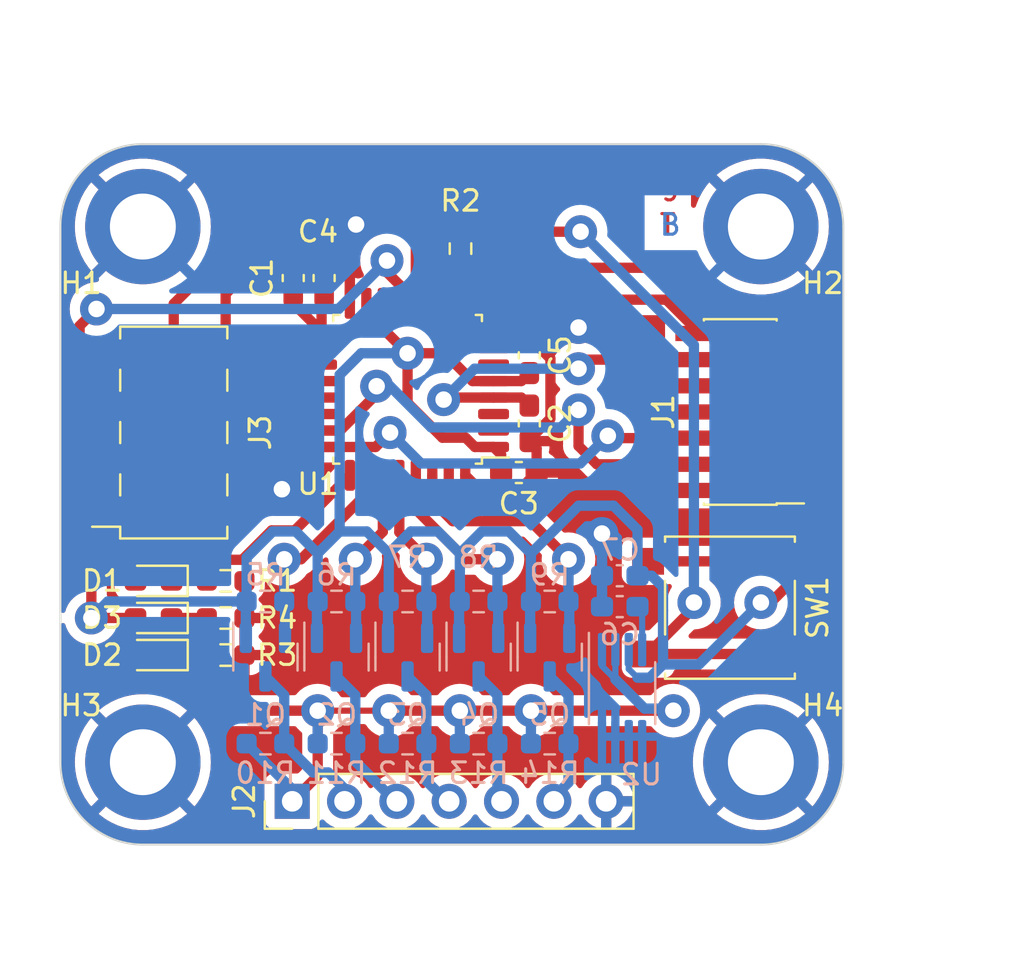
<source format=kicad_pcb>
(kicad_pcb (version 20221018) (generator pcbnew)
  (layers (0 "F.Cu" signal) (31 "B.Cu" signal) (34 "B.Paste" user) (35 "F.Paste" user) (36 "B.SilkS" user "B.Silkscreen") (37 "F.SilkS" user "F.Silkscreen") (38 "B.Mask" user) (39 "F.Mask" user) (44 "Edge.Cuts" user))
  (net 0 "")
  (net 1 "+5V")
  (net 2 "GND")
  (net 3 "+3.3V")
  (net 4 "Net-(D1-K)")
  (net 6 "Net-(D3-K)")
  (net 7 "Status_LED")
  (net 8 "Data_Clock_SNES")
  (net 9 "Data_Latch_SNES")
  (net 10 "Net-(D2-K)")
  (net 11 "Serial_Data1_SNES")
  (net 12 "Serial_Data2_SNES")
  (net 13 "SPI_Chip_Select")
  (net 14 "Chip_Enable")
  (net 15 "SPI_Digital_Input")
  (net 16 "SPI_Clock")
  (net 17 "SPI_Digital_Output")
  (net 18 "IOBit_SNES")
  (net 19 "Data_Clock_STM32")
  (net 20 "Data_Latch_STM32")
  (net 21 "Appairing_Btn")
  (net 22 "Net-(U2-BP)")
  (net 23 "SWDIO")
  (net 24 "SWDCK")
  (net 27 "NRST")
  (net 28 "USART2_RX")
  (net 29 "USART2_TX")
  (net 30 "Serial_Data1_STM32")
  (net 31 "IOBit_STM32")
  (net 32 "Serial_Data2_STM32")
  (footprint "Connector_PinHeader_2.54mm:PinHeader_1x07_P2.54mm_Vertical" (layer "F.Cu") (at 107.25 127.9 90)
    (fp_text reference "J2" (at 0 -2.33 90) (layer "F.SilkS"))
    (fp_text value "Conn_01x07_Socket")
    (pad "1" thru_hole rect (at 0 0 90) (size 1.7 1.7) (drill 1) (layers "*.Cu" "*.Mask") (net 1 "+5V"))
    (pad "2" thru_hole oval (at 0 2.54 90) (size 1.7 1.7) (drill 1) (layers "*.Cu" "*.Mask") (net 8 "Data_Clock_SNES"))
    (pad "3" thru_hole oval (at 0 5.08 90) (size 1.7 1.7) (drill 1) (layers "*.Cu" "*.Mask") (net 9 "Data_Latch_SNES"))
    (pad "4" thru_hole oval (at 0 7.62 90) (size 1.7 1.7) (drill 1) (layers "*.Cu" "*.Mask") (net 11 "Serial_Data1_SNES"))
    (pad "5" thru_hole oval (at 0 10.16 90) (size 1.7 1.7) (drill 1) (layers "*.Cu" "*.Mask") (net 12 "Serial_Data2_SNES"))
    (pad "6" thru_hole oval (at 0 12.7 90) (size 1.7 1.7) (drill 1) (layers "*.Cu" "*.Mask") (net 18 "IOBit_SNES"))
    (pad "7" thru_hole oval (at 0 15.24 90) (size 1.7 1.7) (drill 1) (layers "*.Cu" "*.Mask") (net 2 "GND"))
  )
  (footprint "Diode_SMD:D_0603_1608Metric_Pad1.05x0.95mm_HandSolder" (layer "F.Cu") (at 100.51875 120.8 180)
    (fp_text reference "D2" (at 2.5 0) (layer "F.SilkS"))
    (fp_text value "LED_Small")
    (pad "1" smd roundrect (at -0.875 0 180) (size 1.05 0.95) (layers "F.Cu" "F.Paste" "F.Mask") (net 10 "Net-(D2-K)"))
    (pad "2" smd roundrect (at 0.875 0 180) (size 1.05 0.95) (layers "F.Cu" "F.Paste" "F.Mask") (net 1 "+5V"))
  )
  (footprint "MountingHole:MountingHole_3.2mm_M3_DIN965_Pad" (layer "F.Cu") (at 130 100)
    (fp_text reference "H2" (at 3 2.75) (layer "F.SilkS"))
    (fp_text value "MountingHole_Pad")
    (pad "1" thru_hole circle (at 0 0) (size 5.6 5.6) (drill 3.2) (layers "*.Cu" "*.Mask") (net 2 "GND"))
  )
  (footprint "Resistor_SMD:R_0603_1608Metric_Pad0.98x0.95mm_HandSolder" (layer "F.Cu") (at 104.01875 120.8)
    (fp_text reference "R3" (at 2.5 0) (layer "F.SilkS"))
    (fp_text value "1k")
    (pad "1" smd roundrect (at -0.9125 0) (size 0.975 0.95) (layers "F.Cu" "F.Paste" "F.Mask") (net 10 "Net-(D2-K)"))
    (pad "2" smd roundrect (at 0.9125 0) (size 0.975 0.95) (layers "F.Cu" "F.Paste" "F.Mask") (net 2 "GND"))
  )
  (footprint "Capacitor_SMD:C_0603_1608Metric_Pad1.08x0.95mm_HandSolder" (layer "F.Cu") (at 107.3 102.5 90)
    (fp_text reference "C1" (at 0 -1.52 90) (layer "F.SilkS"))
    (fp_text value "10u")
    (pad "1" smd roundrect (at -0.8625 0 90) (size 1.075 0.95) (layers "F.Cu" "F.Paste" "F.Mask") (net 3 "+3.3V"))
    (pad "2" smd roundrect (at 0.8625 0 90) (size 1.075 0.95) (layers "F.Cu" "F.Paste" "F.Mask") (net 2 "GND"))
  )
  (footprint "Capacitor_SMD:C_0603_1608Metric_Pad1.08x0.95mm_HandSolder" (layer "F.Cu") (at 118.2525 111.94)
    (fp_text reference "C3" (at -0.0025 1.51) (layer "F.SilkS"))
    (fp_text value "100n")
    (pad "1" smd roundrect (at -0.8625 0) (size 1.075 0.95) (layers "F.Cu" "F.Paste" "F.Mask") (net 3 "+3.3V"))
    (pad "2" smd roundrect (at 0.8625 0) (size 1.075 0.95) (layers "F.Cu" "F.Paste" "F.Mask") (net 2 "GND"))
  )
  (footprint "Diode_SMD:D_0603_1608Metric_Pad1.05x0.95mm_HandSolder" (layer "F.Cu") (at 100.51875 117.2 180)
    (fp_text reference "D1" (at 2.5 0) (layer "F.SilkS"))
    (fp_text value "LED_Small")
    (pad "1" smd roundrect (at -0.875 0 180) (size 1.05 0.95) (layers "F.Cu" "F.Paste" "F.Mask") (net 4 "Net-(D1-K)"))
    (pad "2" smd roundrect (at 0.875 0 180) (size 1.05 0.95) (layers "F.Cu" "F.Paste" "F.Mask") (net 7 "Status_LED"))
  )
  (footprint "MountingHole:MountingHole_3.2mm_M3_DIN965_Pad" (layer "F.Cu") (at 130 126)
    (fp_text reference "H4" (at 3 -2.75) (layer "F.SilkS"))
    (fp_text value "MountingHole_Pad")
    (pad "1" thru_hole circle (at 0 0) (size 5.6 5.6) (drill 3.2) (layers "*.Cu" "*.Mask") (net 2 "GND"))
  )
  (footprint "Resistor_SMD:R_0603_1608Metric_Pad0.98x0.95mm_HandSolder" (layer "F.Cu") (at 104.01875 119)
    (fp_text reference "R4" (at 2.5 0) (layer "F.SilkS"))
    (fp_text value "1k")
    (pad "1" smd roundrect (at -0.9125 0) (size 0.975 0.95) (layers "F.Cu" "F.Paste" "F.Mask") (net 6 "Net-(D3-K)"))
    (pad "2" smd roundrect (at 0.9125 0) (size 0.975 0.95) (layers "F.Cu" "F.Paste" "F.Mask") (net 2 "GND"))
  )
  (footprint "Package_QFP:LQFP-32_7x7mm_P0.8mm" (layer "F.Cu") (at 112.85 107.9 180)
    (fp_text reference "U1" (at 4.35 -4.6) (layer "F.SilkS"))
    (fp_text value "STM32L412KBTx")
    (pad "1" smd roundrect (at -4.175 -2.8 180) (size 1.5 0.5) (layers "F.Cu" "F.Paste" "F.Mask") (net 3 "+3.3V"))
    (pad "2" smd roundrect (at -4.175 -2 180) (size 1.5 0.5) (layers "F.Cu" "F.Paste" "F.Mask"))
    (pad "3" smd roundrect (at -4.175 -1.2 180) (size 1.5 0.5) (layers "F.Cu" "F.Paste" "F.Mask"))
    (pad "4" smd roundrect (at -4.175 -0.4 180) (size 1.5 0.5) (layers "F.Cu" "F.Paste" "F.Mask") (net 27 "NRST"))
    (pad "5" smd roundrect (at -4.175 0.4 180) (size 1.5 0.5) (layers "F.Cu" "F.Paste" "F.Mask") (net 3 "+3.3V"))
    (pad "6" smd roundrect (at -4.175 1.2 180) (size 1.5 0.5) (layers "F.Cu" "F.Paste" "F.Mask"))
    (pad "7" smd roundrect (at -4.175 2 180) (size 1.5 0.5) (layers "F.Cu" "F.Paste" "F.Mask"))
    (pad "8" smd roundrect (at -4.175 2.8 180) (size 1.5 0.5) (layers "F.Cu" "F.Paste" "F.Mask") (net 29 "USART2_TX"))
    (pad "9" smd roundrect (at -2.8 4.175 180) (size 0.5 1.5) (layers "F.Cu" "F.Paste" "F.Mask") (net 28 "USART2_RX"))
    (pad "10" smd roundrect (at -2 4.175 180) (size 0.5 1.5) (layers "F.Cu" "F.Paste" "F.Mask") (net 21 "Appairing_Btn"))
    (pad "11" smd roundrect (at -1.2 4.175 180) (size 0.5 1.5) (layers "F.Cu" "F.Paste" "F.Mask") (net 16 "SPI_Clock"))
    (pad "12" smd roundrect (at -0.4 4.175 180) (size 0.5 1.5) (layers "F.Cu" "F.Paste" "F.Mask") (net 15 "SPI_Digital_Input"))
    (pad "13" smd roundrect (at 0.4 4.175 180) (size 0.5 1.5) (layers "F.Cu" "F.Paste" "F.Mask") (net 17 "SPI_Digital_Output"))
    (pad "14" smd roundrect (at 1.2 4.175 180) (size 0.5 1.5) (layers "F.Cu" "F.Paste" "F.Mask"))
    (pad "15" smd roundrect (at 2 4.175 180) (size 0.5 1.5) (layers "F.Cu" "F.Paste" "F.Mask"))
    (pad "16" smd roundrect (at 2.8 4.175 180) (size 0.5 1.5) (layers "F.Cu" "F.Paste" "F.Mask") (net 2 "GND"))
    (pad "17" smd roundrect (at 4.175 2.8 180) (size 1.5 0.5) (layers "F.Cu" "F.Paste" "F.Mask") (net 3 "+3.3V"))
    (pad "18" smd roundrect (at 4.175 2 180) (size 1.5 0.5) (layers "F.Cu" "F.Paste" "F.Mask") (net 13 "SPI_Chip_Select"))
    (pad "19" smd roundrect (at 4.175 1.2 180) (size 1.5 0.5) (layers "F.Cu" "F.Paste" "F.Mask") (net 14 "Chip_Enable"))
    (pad "20" smd roundrect (at 4.175 0.4 180) (size 1.5 0.5) (layers "F.Cu" "F.Paste" "F.Mask"))
    (pad "21" smd roundrect (at 4.175 -0.4 180) (size 1.5 0.5) (layers "F.Cu" "F.Paste" "F.Mask"))
    (pad "22" smd roundrect (at 4.175 -1.2 180) (size 1.5 0.5) (layers "F.Cu" "F.Paste" "F.Mask"))
    (pad "23" smd roundrect (at 4.175 -2 180) (size 1.5 0.5) (layers "F.Cu" "F.Paste" "F.Mask") (net 23 "SWDIO"))
    (pad "24" smd roundrect (at 4.175 -2.8 180) (size 1.5 0.5) (layers "F.Cu" "F.Paste" "F.Mask") (net 24 "SWDCK"))
    (pad "25" smd roundrect (at 2.8 -4.175 180) (size 0.5 1.5) (layers "F.Cu" "F.Paste" "F.Mask") (net 7 "Status_LED"))
    (pad "26" smd roundrect (at 2 -4.175 180) (size 0.5 1.5) (layers "F.Cu" "F.Paste" "F.Mask") (net 19 "Data_Clock_STM32"))
    (pad "27" smd roundrect (at 1.2 -4.175 180) (size 0.5 1.5) (layers "F.Cu" "F.Paste" "F.Mask") (net 20 "Data_Latch_STM32"))
    (pad "28" smd roundrect (at 0.4 -4.175 180) (size 0.5 1.5) (layers "F.Cu" "F.Paste" "F.Mask") (net 30 "Serial_Data1_STM32"))
    (pad "29" smd roundrect (at -0.4 -4.175 180) (size 0.5 1.5) (layers "F.Cu" "F.Paste" "F.Mask") (net 32 "Serial_Data2_STM32"))
    (pad "30" smd roundrect (at -1.2 -4.175 180) (size 0.5 1.5) (layers "F.Cu" "F.Paste" "F.Mask") (net 31 "IOBit_STM32"))
    (pad "31" smd roundrect (at -2 -4.175 180) (size 0.5 1.5) (layers "F.Cu" "F.Paste" "F.Mask"))
    (pad "32" smd roundrect (at -2.8 -4.175 180) (size 0.5 1.5) (layers "F.Cu" "F.Paste" "F.Mask") (net 2 "GND"))
  )
  (footprint "MountingHole:MountingHole_3.2mm_M3_DIN965_Pad" (layer "F.Cu") (at 100 100)
    (fp_text reference "H1" (at -3 2.75) (layer "F.SilkS"))
    (fp_text value "MountingHole_Pad")
    (pad "1" thru_hole circle (at 0 0) (size 5.6 5.6) (drill 3.2) (layers "*.Cu" "*.Mask") (net 2 "GND"))
  )
  (footprint "Connector_PinSocket_2.54mm:PinSocket_2x04_P2.54mm_Vertical_SMD" (layer "F.Cu") (at 101.5 110 180)
    (fp_text reference "J3" (at -4.2 0 90) (layer "F.SilkS"))
    (fp_text value "Conn_01x08_Socket")
    (pad "1" smd rect (at 2.52 -3.81 180) (size 3 1) (layers "F.Cu" "F.Paste" "F.Mask") (net 3 "+3.3V"))
    (pad "2" smd rect (at -2.52 -3.81 180) (size 3 1) (layers "F.Cu" "F.Paste" "F.Mask") (net 2 "GND"))
    (pad "3" smd rect (at 2.52 -1.27 180) (size 3 1) (layers "F.Cu" "F.Paste" "F.Mask") (net 13 "SPI_Chip_Select"))
    (pad "4" smd rect (at -2.52 -1.27 180) (size 3 1) (layers "F.Cu" "F.Paste" "F.Mask") (net 14 "Chip_Enable"))
    (pad "5" smd rect (at 2.52 1.27 180) (size 3 1) (layers "F.Cu" "F.Paste" "F.Mask") (net 17 "SPI_Digital_Output"))
    (pad "6" smd rect (at -2.52 1.27 180) (size 3 1) (layers "F.Cu" "F.Paste" "F.Mask") (net 16 "SPI_Clock"))
    (pad "7" smd rect (at 2.52 3.81 180) (size 3 1) (layers "F.Cu" "F.Paste" "F.Mask"))
    (pad "8" smd rect (at -2.52 3.81 180) (size 3 1) (layers "F.Cu" "F.Paste" "F.Mask") (net 15 "SPI_Digital_Input"))
  )
  (footprint "MountingHole:MountingHole_3.2mm_M3_DIN965_Pad" (layer "F.Cu") (at 100 126)
    (fp_text reference "H3" (at -3 -2.75) (layer "F.SilkS"))
    (fp_text value "MountingHole_Pad")
    (pad "1" thru_hole circle (at 0 0) (size 5.6 5.6) (drill 3.2) (layers "*.Cu" "*.Mask") (net 2 "GND"))
  )
  (footprint "Capacitor_SMD:C_0603_1608Metric_Pad1.08x0.95mm_HandSolder" (layer "F.Cu") (at 108.8 102.5 90)
    (fp_text reference "C4" (at 2.25 -0.3 180) (layer "F.SilkS"))
    (fp_text value "100n")
    (pad "1" smd roundrect (at -0.8625 0 90) (size 1.075 0.95) (layers "F.Cu" "F.Paste" "F.Mask") (net 3 "+3.3V"))
    (pad "2" smd roundrect (at 0.8625 0 90) (size 1.075 0.95) (layers "F.Cu" "F.Paste" "F.Mask") (net 2 "GND"))
  )
  (footprint "Diode_SMD:D_0603_1608Metric_Pad1.05x0.95mm_HandSolder" (layer "F.Cu") (at 100.51875 119 180)
    (fp_text reference "D3" (at 2.5 0) (layer "F.SilkS"))
    (fp_text value "LED")
    (pad "1" smd roundrect (at -0.875 0 180) (size 1.05 0.95) (layers "F.Cu" "F.Paste" "F.Mask") (net 6 "Net-(D3-K)"))
    (pad "2" smd roundrect (at 0.875 0 180) (size 1.05 0.95) (layers "F.Cu" "F.Paste" "F.Mask") (net 3 "+3.3V"))
  )
  (footprint "Resistor_SMD:R_0603_1608Metric_Pad0.98x0.95mm_HandSolder" (layer "F.Cu") (at 104.01875 117.2)
    (fp_text reference "R1" (at 2.5 0) (layer "F.SilkS"))
    (fp_text value "1k")
    (pad "1" smd roundrect (at -0.9125 0) (size 0.975 0.95) (layers "F.Cu" "F.Paste" "F.Mask") (net 4 "Net-(D1-K)"))
    (pad "2" smd roundrect (at 0.9125 0) (size 0.975 0.95) (layers "F.Cu" "F.Paste" "F.Mask") (net 2 "GND"))
  )
  (footprint "Capacitor_SMD:C_0603_1608Metric_Pad1.08x0.95mm_HandSolder" (layer "F.Cu") (at 118.76 106.25 90)
    (fp_text reference "C5" (at 0 1.5 90) (layer "F.SilkS"))
    (fp_text value "100n")
    (pad "1" smd roundrect (at -0.8625 0 90) (size 1.075 0.95) (layers "F.Cu" "F.Paste" "F.Mask") (net 3 "+3.3V"))
    (pad "2" smd roundrect (at 0.8625 0 90) (size 1.075 0.95) (layers "F.Cu" "F.Paste" "F.Mask") (net 2 "GND"))
  )
  (footprint "Button_Switch_SMD:SW_SPST_B3S-1000" (layer "F.Cu") (at 128.5 118.5 180)
    (fp_text reference "SW1" (at -4.25 0 270) (layer "F.SilkS"))
    (fp_text value "SW_SPST")
    (pad "1" smd rect (at -3.975 -2.25 180) (size 1.55 1.3) (layers "F.Cu" "F.Paste" "F.Mask") (net 21 "Appairing_Btn"))
    (pad "1" smd rect (at 3.975 -2.25 180) (size 1.55 1.3) (layers "F.Cu" "F.Paste" "F.Mask") (net 21 "Appairing_Btn"))
    (pad "2" smd rect (at -3.975 2.25 180) (size 1.55 1.3) (layers "F.Cu" "F.Paste" "F.Mask") (net 3 "+3.3V"))
    (pad "2" smd rect (at 3.975 2.25 180) (size 1.55 1.3) (layers "F.Cu" "F.Paste" "F.Mask") (net 3 "+3.3V"))
  )
  (footprint "Capacitor_SMD:C_0603_1608Metric_Pad1.08x0.95mm_HandSolder" (layer "F.Cu") (at 118.76 109.5525 90)
    (fp_text reference "C2" (at 0 1.5 90) (layer "F.SilkS"))
    (fp_text value "100n")
    (pad "1" smd roundrect (at -0.8625 0 90) (size 1.075 0.95) (layers "F.Cu" "F.Paste" "F.Mask") (net 2 "GND"))
    (pad "2" smd roundrect (at 0.8625 0 90) (size 1.075 0.95) (layers "F.Cu" "F.Paste" "F.Mask") (net 27 "NRST"))
  )
  (footprint "Connector_PinHeader_1.27mm:PinHeader_2x07_P1.27mm_Vertical_SMD" (layer "F.Cu") (at 129 109 180)
    (fp_text reference "J1" (at 3.73 0 90) (layer "F.SilkS"))
    (fp_text value "Conn_02x07_Odd_Even")
    (pad "1" smd rect (at -1.95 -3.81 180) (size 2.4 0.74) (layers "F.Cu" "F.Paste" "F.Mask"))
    (pad "2" smd rect (at 1.95 -3.81 180) (size 2.4 0.74) (layers "F.Cu" "F.Paste" "F.Mask"))
    (pad "3" smd rect (at -1.95 -2.54 180) (size 2.4 0.74) (layers "F.Cu" "F.Paste" "F.Mask") (net 3 "+3.3V"))
    (pad "4" smd rect (at 1.95 -2.54 180) (size 2.4 0.74) (layers "F.Cu" "F.Paste" "F.Mask") (net 23 "SWDIO"))
    (pad "5" smd rect (at -1.95 -1.27 180) (size 2.4 0.74) (layers "F.Cu" "F.Paste" "F.Mask") (net 2 "GND"))
    (pad "6" smd rect (at 1.95 -1.27 180) (size 2.4 0.74) (layers "F.Cu" "F.Paste" "F.Mask") (net 24 "SWDCK"))
    (pad "7" smd rect (at -1.95 0 180) (size 2.4 0.74) (layers "F.Cu" "F.Paste" "F.Mask") (net 2 "GND"))
    (pad "8" smd rect (at 1.95 0 180) (size 2.4 0.74) (layers "F.Cu" "F.Paste" "F.Mask"))
    (pad "9" smd rect (at -1.95 1.27 180) (size 2.4 0.74) (layers "F.Cu" "F.Paste" "F.Mask"))
    (pad "10" smd rect (at 1.95 1.27 180) (size 2.4 0.74) (layers "F.Cu" "F.Paste" "F.Mask"))
    (pad "11" smd rect (at -1.95 2.54 180) (size 2.4 0.74) (layers "F.Cu" "F.Paste" "F.Mask") (net 2 "GND"))
    (pad "12" smd rect (at 1.95 2.54 180) (size 2.4 0.74) (layers "F.Cu" "F.Paste" "F.Mask") (net 27 "NRST"))
    (pad "13" smd rect (at -1.95 3.81 180) (size 2.4 0.74) (layers "F.Cu" "F.Paste" "F.Mask") (net 28 "USART2_RX"))
    (pad "14" smd rect (at 1.95 3.81 180) (size 2.4 0.74) (layers "F.Cu" "F.Paste" "F.Mask") (net 29 "USART2_TX"))
  )
  (footprint "Resistor_SMD:R_0603_1608Metric_Pad0.98x0.95mm_HandSolder" (layer "F.Cu") (at 115.42 101.07 90)
    (fp_text reference "R2" (at 2.32 0 180) (layer "F.SilkS"))
    (fp_text value "10k")
    (pad "1" smd roundrect (at -0.9125 0 90) (size 0.975 0.95) (layers "F.Cu" "F.Paste" "F.Mask") (net 21 "Appairing_Btn"))
    (pad "2" smd roundrect (at 0.9125 0 90) (size 0.975 0.95) (layers "F.Cu" "F.Paste" "F.Mask") (net 2 "GND"))
  )
  (footprint "Package_TO_SOT_SMD:SOT-23" (layer "B.Cu") (at 119.75 120.9 -90)
    (fp_text reference "Q5" (at 2.8 0) (layer "B.SilkS") (effects (justify mirror)))
    (fp_text value "2N7002")
    (pad "1" smd roundrect (at -0.9375 0.95 270) (size 1.475 0.6) (layers "B.Cu" "B.Paste" "B.Mask") (net 3 "+3.3V"))
    (pad "2" smd roundrect (at -0.9375 -0.95 270) (size 1.475 0.6) (layers "B.Cu" "B.Paste" "B.Mask") (net 31 "IOBit_STM32"))
    (pad "3" smd roundrect (at 0.9375 0 270) (size 1.475 0.6) (layers "B.Cu" "B.Paste" "B.Mask") (net 18 "IOBit_SNES"))
  )
  (footprint "Capacitor_SMD:C_0603_1608Metric_Pad1.08x0.95mm_HandSolder" (layer "B.Cu") (at 123.15 116.95 180)
    (fp_text reference "C7" (at 0 1.25) (layer "B.SilkS") (effects (justify mirror)))
    (fp_text value "2.2u")
    (pad "1" smd roundrect (at -0.8625 0 180) (size 1.075 0.95) (layers "B.Cu" "B.Paste" "B.Mask") (net 3 "+3.3V"))
    (pad "2" smd roundrect (at 0.8625 0 180) (size 1.075 0.95) (layers "B.Cu" "B.Paste" "B.Mask") (net 2 "GND"))
  )
  (footprint "Resistor_SMD:R_0603_1608Metric_Pad0.98x0.95mm_HandSolder" (layer "B.Cu") (at 119.75 125.1)
    (fp_text reference "R14" (at 0 1.43) (layer "B.SilkS") (effects (justify mirror)))
    (fp_text value "10k")
    (pad "1" smd roundrect (at -0.9125 0) (size 0.975 0.95) (layers "B.Cu" "B.Paste" "B.Mask") (net 1 "+5V"))
    (pad "2" smd roundrect (at 0.9125 0) (size 0.975 0.95) (layers "B.Cu" "B.Paste" "B.Mask") (net 18 "IOBit_SNES"))
  )
  (footprint "Package_TO_SOT_SMD:SOT-23" (layer "B.Cu") (at 105.95 120.9 -90)
    (fp_text reference "Q1" (at 2.8 0) (layer "B.SilkS") (effects (justify mirror)))
    (fp_text value "2N7002")
    (pad "1" smd roundrect (at -0.9375 0.95 270) (size 1.475 0.6) (layers "B.Cu" "B.Paste" "B.Mask") (net 3 "+3.3V"))
    (pad "2" smd roundrect (at -0.9375 -0.95 270) (size 1.475 0.6) (layers "B.Cu" "B.Paste" "B.Mask") (net 19 "Data_Clock_STM32"))
    (pad "3" smd roundrect (at 0.9375 0 270) (size 1.475 0.6) (layers "B.Cu" "B.Paste" "B.Mask") (net 8 "Data_Clock_SNES"))
  )
  (footprint "Resistor_SMD:R_0603_1608Metric_Pad0.98x0.95mm_HandSolder" (layer "B.Cu") (at 109.4 118.2)
    (fp_text reference "R6" (at 0 -1.3) (layer "B.SilkS") (effects (justify mirror)))
    (fp_text value "10k")
    (pad "1" smd roundrect (at -0.9125 0) (size 0.975 0.95) (layers "B.Cu" "B.Paste" "B.Mask") (net 3 "+3.3V"))
    (pad "2" smd roundrect (at 0.9125 0) (size 0.975 0.95) (layers "B.Cu" "B.Paste" "B.Mask") (net 20 "Data_Latch_STM32"))
  )
  (footprint "Resistor_SMD:R_0603_1608Metric_Pad0.98x0.95mm_HandSolder" (layer "B.Cu") (at 105.95 118.2)
    (fp_text reference "R5" (at 0 -1.3) (layer "B.SilkS") (effects (justify mirror)))
    (fp_text value "10k")
    (pad "1" smd roundrect (at -0.9125 0) (size 0.975 0.95) (layers "B.Cu" "B.Paste" "B.Mask") (net 3 "+3.3V"))
    (pad "2" smd roundrect (at 0.9125 0) (size 0.975 0.95) (layers "B.Cu" "B.Paste" "B.Mask") (net 19 "Data_Clock_STM32"))
  )
  (footprint "Capacitor_SMD:C_0603_1608Metric_Pad1.08x0.95mm_HandSolder" (layer "B.Cu") (at 123.15 118.45 180)
    (fp_text reference "C6" (at 0 -1.35) (layer "B.SilkS") (effects (justify mirror)))
    (fp_text value "470p")
    (pad "1" smd roundrect (at -0.8625 0 180) (size 1.075 0.95) (layers "B.Cu" "B.Paste" "B.Mask") (net 22 "Net-(U2-BP)"))
    (pad "2" smd roundrect (at 0.8625 0 180) (size 1.075 0.95) (layers "B.Cu" "B.Paste" "B.Mask") (net 2 "GND"))
  )
  (footprint "Package_SO:MSOP-8_3x3mm_P0.65mm" (layer "B.Cu") (at 123.2625 122.65 -90)
    (fp_text reference "U2" (at 3.95 -0.9375) (layer "B.SilkS") (effects (justify mirror)))
    (fp_text value "MIC5219-3.3YMM")
    (pad "1" smd roundrect (at -2.1125 0.975 270) (size 1.625 0.4) (layers "B.Cu" "B.Paste" "B.Mask") (net 1 "+5V"))
    (pad "2" smd roundrect (at -2.1125 0.325 270) (size 1.625 0.4) (layers "B.Cu" "B.Paste" "B.Mask") (net 1 "+5V"))
    (pad "3" smd roundrect (at -2.1125 -0.325 270) (size 1.625 0.4) (layers "B.Cu" "B.Paste" "B.Mask") (net 3 "+3.3V"))
    (pad "4" smd roundrect (at -2.1125 -0.975 270) (size 1.625 0.4) (layers "B.Cu" "B.Paste" "B.Mask") (net 22 "Net-(U2-BP)"))
    (pad "5" smd roundrect (at 2.1125 -0.975 270) (size 1.625 0.4) (layers "B.Cu" "B.Paste" "B.Mask") (net 2 "GND"))
    (pad "6" smd roundrect (at 2.1125 -0.325 270) (size 1.625 0.4) (layers "B.Cu" "B.Paste" "B.Mask") (net 2 "GND"))
    (pad "7" smd roundrect (at 2.1125 0.325 270) (size 1.625 0.4) (layers "B.Cu" "B.Paste" "B.Mask") (net 2 "GND"))
    (pad "8" smd roundrect (at 2.1125 0.975 270) (size 1.625 0.4) (layers "B.Cu" "B.Paste" "B.Mask") (net 2 "GND"))
  )
  (footprint "Resistor_SMD:R_0603_1608Metric_Pad0.98x0.95mm_HandSolder" (layer "B.Cu") (at 105.95 125.1)
    (fp_text reference "R10" (at 0 1.43) (layer "B.SilkS") (effects (justify mirror)))
    (fp_text value "10k")
    (pad "1" smd roundrect (at -0.9125 0) (size 0.975 0.95) (layers "B.Cu" "B.Paste" "B.Mask") (net 1 "+5V"))
    (pad "2" smd roundrect (at 0.9125 0) (size 0.975 0.95) (layers "B.Cu" "B.Paste" "B.Mask") (net 8 "Data_Clock_SNES"))
  )
  (footprint "Resistor_SMD:R_0603_1608Metric_Pad0.98x0.95mm_HandSolder" (layer "B.Cu") (at 119.75 118.2)
    (fp_text reference "R9" (at 0 -1.3) (layer "B.SilkS") (effects (justify mirror)))
    (fp_text value "10k")
    (pad "1" smd roundrect (at -0.9125 0) (size 0.975 0.95) (layers "B.Cu" "B.Paste" "B.Mask") (net 3 "+3.3V"))
    (pad "2" smd roundrect (at 0.9125 0) (size 0.975 0.95) (layers "B.Cu" "B.Paste" "B.Mask") (net 31 "IOBit_STM32"))
  )
  (footprint "Resistor_SMD:R_0603_1608Metric_Pad0.98x0.95mm_HandSolder" (layer "B.Cu") (at 112.85 118.2)
    (fp_text reference "R7" (at 0 -2.15) (layer "B.SilkS") (effects (justify mirror)))
    (fp_text value "10k")
    (pad "1" smd roundrect (at -0.9125 0) (size 0.975 0.95) (layers "B.Cu" "B.Paste" "B.Mask") (net 3 "+3.3V"))
    (pad "2" smd roundrect (at 0.9125 0) (size 0.975 0.95) (layers "B.Cu" "B.Paste" "B.Mask") (net 30 "Serial_Data1_STM32"))
  )
  (footprint "Package_TO_SOT_SMD:SOT-23" (layer "B.Cu") (at 109.4 120.9 -90)
    (fp_text reference "Q2" (at 2.8 0) (layer "B.SilkS") (effects (justify mirror)))
    (fp_text value "2N7002")
    (pad "1" smd roundrect (at -0.9375 0.95 270) (size 1.475 0.6) (layers "B.Cu" "B.Paste" "B.Mask") (net 3 "+3.3V"))
    (pad "2" smd roundrect (at -0.9375 -0.95 270) (size 1.475 0.6) (layers "B.Cu" "B.Paste" "B.Mask") (net 20 "Data_Latch_STM32"))
    (pad "3" smd roundrect (at 0.9375 0 270) (size 1.475 0.6) (layers "B.Cu" "B.Paste" "B.Mask") (net 9 "Data_Latch_SNES"))
  )
  (footprint "Resistor_SMD:R_0603_1608Metric_Pad0.98x0.95mm_HandSolder" (layer "B.Cu") (at 112.85 125.1)
    (fp_text reference "R12" (at 0 1.43) (layer "B.SilkS") (effects (justify mirror)))
    (fp_text value "10k")
    (pad "1" smd roundrect (at -0.9125 0) (size 0.975 0.95) (layers "B.Cu" "B.Paste" "B.Mask") (net 1 "+5V"))
    (pad "2" smd roundrect (at 0.9125 0) (size 0.975 0.95) (layers "B.Cu" "B.Paste" "B.Mask") (net 11 "Serial_Data1_SNES"))
  )
  (footprint "Package_TO_SOT_SMD:SOT-23" (layer "B.Cu") (at 116.3 120.9 -90)
    (fp_text reference "Q4" (at 2.8 0) (layer "B.SilkS") (effects (justify mirror)))
    (fp_text value "2N7002")
    (pad "1" smd roundrect (at -0.9375 0.95 270) (size 1.475 0.6) (layers "B.Cu" "B.Paste" "B.Mask") (net 3 "+3.3V"))
    (pad "2" smd roundrect (at -0.9375 -0.95 270) (size 1.475 0.6) (layers "B.Cu" "B.Paste" "B.Mask") (net 32 "Serial_Data2_STM32"))
    (pad "3" smd roundrect (at 0.9375 0 270) (size 1.475 0.6) (layers "B.Cu" "B.Paste" "B.Mask") (net 12 "Serial_Data2_SNES"))
  )
  (footprint "Resistor_SMD:R_0603_1608Metric_Pad0.98x0.95mm_HandSolder" (layer "B.Cu") (at 116.3 118.2)
    (fp_text reference "R8" (at 0 -2.15) (layer "B.SilkS") (effects (justify mirror)))
    (fp_text value "10k")
    (pad "1" smd roundrect (at -0.9125 0) (size 0.975 0.95) (layers "B.Cu" "B.Paste" "B.Mask") (net 3 "+3.3V"))
    (pad "2" smd roundrect (at 0.9125 0) (size 0.975 0.95) (layers "B.Cu" "B.Paste" "B.Mask") (net 32 "Serial_Data2_STM32"))
  )
  (footprint "Resistor_SMD:R_0603_1608Metric_Pad0.98x0.95mm_HandSolder" (layer "B.Cu") (at 116.3 125.1)
    (fp_text reference "R13" (at 0 1.43) (layer "B.SilkS") (effects (justify mirror)))
    (fp_text value "10k")
    (pad "1" smd roundrect (at -0.9125 0) (size 0.975 0.95) (layers "B.Cu" "B.Paste" "B.Mask") (net 1 "+5V"))
    (pad "2" smd roundrect (at 0.9125 0) (size 0.975 0.95) (layers "B.Cu" "B.Paste" "B.Mask") (net 12 "Serial_Data2_SNES"))
  )
  (footprint "Resistor_SMD:R_0603_1608Metric_Pad0.98x0.95mm_HandSolder" (layer "B.Cu") (at 109.4 125.1)
    (fp_text reference "R11" (at 0 1.43) (layer "B.SilkS") (effects (justify mirror)))
    (fp_text value "10k")
    (pad "1" smd roundrect (at -0.9125 0) (size 0.975 0.95) (layers "B.Cu" "B.Paste" "B.Mask") (net 1 "+5V"))
    (pad "2" smd roundrect (at 0.9125 0) (size 0.975 0.95) (layers "B.Cu" "B.Paste" "B.Mask") (net 9 "Data_Latch_SNES"))
  )
  (footprint "Package_TO_SOT_SMD:SOT-23" (layer "B.Cu") (at 112.85 120.9 -90)
    (fp_text reference "Q3" (at 2.8 0) (layer "B.SilkS") (effects (justify mirror)))
    (fp_text value "2N7002")
    (pad "1" smd roundrect (at -0.9375 0.95 270) (size 1.475 0.6) (layers "B.Cu" "B.Paste" "B.Mask") (net 3 "+3.3V"))
    (pad "2" smd roundrect (at -0.9375 -0.95 270) (size 1.475 0.6) (layers "B.Cu" "B.Paste" "B.Mask") (net 30 "Serial_Data1_STM32"))
    (pad "3" smd roundrect (at 0.9375 0 270) (size 1.475 0.6) (layers "B.Cu" "B.Paste" "B.Mask") (net 11 "Serial_Data1_SNES"))
  )
  (gr_arc (start 100 130) (mid 97.171573 128.828427) (end 96 126) (stroke (width 0.1)) (layer "Edge.Cuts"))
  (gr_arc (start 96 100) (mid 97.171573 97.171573) (end 100 96) (stroke (width 0.1)) (layer "Edge.Cuts"))
  (gr_line (start 134 100) (end 134 126) (stroke (width 0.1)) (layer "Edge.Cuts"))
  (gr_arc (start 130 96) (mid 132.828427 97.171573) (end 134 100) (stroke (width 0.1)) (layer "Edge.Cuts"))
  (gr_arc (start 134 126) (mid 132.828427 128.828427) (end 130 130) (stroke (width 0.1)) (layer "Edge.Cuts"))
  (gr_line (start 130 130) (end 100 130) (stroke (width 0.1)) (layer "Edge.Cuts"))
  (gr_line (start 100 96) (end 130 96) (stroke (width 0.1)) (layer "Edge.Cuts"))
  (gr_line (start 96 126) (end 96 100) (stroke (width 0.1)) (layer "Edge.Cuts"))
  (gr_text "SNES Plug" (at 118 98.5) (layer "F.Cu") (effects (font (size 1 1)) (justify left bottom)))
  (gr_text "T" (at 125 100.5) (layer "F.Cu") (effects (font (size 1 1)) (justify left bottom)))
  (gr_text "B" (at 125 100.5) (layer "B.Cu") (effects (font (size 1 1)) (justify left bottom)))
  (segment (start 101.059189 122.25) (end 102.5 122.25) (width 0.5) (layer "F.Cu") (net 1))
  (segment (start 99.64375 120.834561) (end 101.059189 122.25) (width 0.5) (layer "F.Cu") (net 1))
  (segment (start 115.3875 123.5) (end 118.8375 123.5) (width 0.5) (layer "F.Cu") (net 1))
  (segment (start 99.64375 120.8) (end 99.64375 120.834561) (width 0.5) (layer "F.Cu") (net 1))
  (segment (start 103.75 123.5) (end 108.4875 123.5) (width 0.5) (layer "F.Cu") (net 1))
  (segment (start 108.4875 123.5) (end 108.4875 126.6625) (width 0.5) (layer "F.Cu") (net 1))
  (segment (start 115.3875 123.5) (end 111.9375 123.5) (width 0.5) (layer "F.Cu") (net 1))
  (segment (start 108.4875 126.6625) (end 107.25 127.9) (width 0.5) (layer "F.Cu") (net 1))
  (segment (start 118.8375 123.5) (end 125.75 123.5) (width 0.5) (layer "F.Cu") (net 1))
  (segment (start 108.4875 123.5) (end 111.9375 123.5) (width 0.3) (layer "F.Cu") (net 1))
  (segment (start 102.5 122.25) (end 103.75 123.5) (width 0.5) (layer "F.Cu") (net 1))
  (via (at 108.4875 123.5) (size 1.6) (drill 0.8) (layers "F.Cu" "B.Cu") (net 1))
  (via (at 118.8375 123.5) (size 1.6) (drill 0.8) (layers "F.Cu" "B.Cu") (net 1))
  (via (at 115.3875 123.5) (size 1.6) (drill 0.8) (layers "F.Cu" "B.Cu") (net 1))
  (via (at 125.75 123.5) (size 1.6) (drill 0.8) (layers "F.Cu" "B.Cu") (net 1))
  (via (at 111.9375 123.5) (size 1.6) (drill 0.8) (layers "F.Cu" "B.Cu") (net 1))
  (segment (start 122.2875 121.330761) (end 122.9375 121.980761) (width 0.3) (layer "B.Cu") (net 1))
  (segment (start 124.356739 123.4) (end 122.9375 121.980761) (width 0.5) (layer "B.Cu") (net 1))
  (segment (start 107.25 127.9) (end 107.25 127.3125) (width 0.5) (layer "B.Cu") (net 1))
  (segment (start 107.25 127.3125) (end 105.0375 125.1) (width 0.5) (layer "B.Cu") (net 1))
  (segment (start 115.3875 123.5) (end 115.3875 125.1) (width 0.5) (layer "B.Cu") (net 1))
  (segment (start 111.9375 123.5) (end 111.9375 125.1) (width 0.5) (layer "B.Cu") (net 1))
  (segment (start 108.4875 125.1) (end 108.4875 123.5) (width 0.5) (layer "B.Cu") (net 1))
  (segment (start 122.9375 120.5375) (end 122.9375 121.980761) (width 0.3) (layer "B.Cu") (net 1))
  (segment (start 125.65 123.4) (end 124.356739 123.4) (width 0.5) (layer "B.Cu") (net 1))
  (segment (start 122.2875 120.5375) (end 122.2875 121.330761) (width 0.3) (layer "B.Cu") (net 1))
  (segment (start 125.75 123.5) (end 125.65 123.4) (width 0.5) (layer "B.Cu") (net 1))
  (segment (start 118.8375 123.5) (end 118.8375 125.1) (width 0.5) (layer "B.Cu") (net 1))
  (segment (start 116.54 112.965) (end 118.09 112.965) (width 0.5) (layer "F.Cu") (net 2))
  (segment (start 119.785 106.4125) (end 118.76 105.3875) (width 0.5) (layer "F.Cu") (net 2))
  (segment (start 119.785 109.316193) (end 119.785 106.4125) (width 0.5) (layer "F.Cu") (net 2))
  (segment (start 115.65 112.075) (end 116.54 112.965) (width 0.5) (layer "F.Cu") (net 2))
  (segment (start 118.09 112.965) (end 119.115 111.94) (width 0.5) (layer "F.Cu") (net 2))
  (segment (start 118.76 110.415) (end 118.76 110.341193) (width 0.5) (layer "F.Cu") (net 2))
  (segment (start 105.69 113.81) (end 104.02 113.81) (width 0.5) (layer "F.Cu") (net 2))
  (segment (start 118.76 110.341193) (end 119.785 109.316193) (width 0.5) (layer "F.Cu") (net 2))
  (segment (start 119.115 110.77) (end 118.76 110.415) (width 0.5) (layer "F.Cu") (net 2))
  (segment (start 106.75 112.75) (end 105.69 113.81) (width 0.5) (layer "F.Cu") (net 2))
  (segment (start 108.8 101.6375) (end 108.8 101.45) (width 0.5) (layer "F.Cu") (net 2))
  (segment (start 107.3 101.6375) (end 108.8 101.6375) (width 0.5) (layer "F.Cu") (net 2))
  (segment (start 119.115 111.94) (end 119.115 110.77) (width 0.5) (layer "F.Cu") (net 2))
  (segment (start 120.661689 105.3875) (end 118.76 105.3875) (width 0.5) (layer "F.Cu") (net 2))
  (segment (start 121.149189 104.9) (end 120.661689 105.3875) (width 0.5) (layer "F.Cu") (net 2))
  (segment (start 110.05 100.2) (end 110.05 103.725) (width 0.5) (layer "F.Cu") (net 2))
  (segment (start 108.8 101.45) (end 110.35 99.9) (width 0.5) (layer "F.Cu") (net 2))
  (segment (start 110.35 99.9) (end 110.05 100.2) (width 0.5) (layer "F.Cu") (net 2))
  (via (at 121.149189 104.9) (size 1.6) (drill 0.8) (layers "F.Cu" "B.Cu") (net 2))
  (via (at 122.2875 114.9) (size 1.6) (drill 0.8) (layers "F.Cu" "B.Cu") (net 2))
  (via (at 110.35 99.9) (size 1.6) (drill 0.8) (layers "F.Cu" "B.Cu") (net 2))
  (via (at 106.75 112.75) (size 1.6) (drill 0.8) (layers "F.Cu" "B.Cu") (net 2))
  (segment (start 122.2875 116.95) (end 122.2875 118.45) (width 0.5) (layer "B.Cu") (net 2))
  (segment (start 122.2875 114.9375) (end 122.25 114.9) (width 0.5) (layer "B.Cu") (net 2))
  (segment (start 118.4 104.9) (end 113.4 99.9) (width 0.5) (layer "B.Cu") (net 2))
  (segment (start 122.2875 116.95) (end 122.2875 114.9) (width 0.5) (layer "B.Cu") (net 2))
  (segment (start 121.149189 104.9) (end 118.4 104.9) (width 0.5) (layer "B.Cu") (net 2))
  (segment (start 113.4 99.9) (end 110.35 99.9) (width 0.5) (layer "B.Cu") (net 2))
  (segment (start 99.64375 119) (end 97.5 119) (width 0.5) (layer "F.Cu") (net 3))
  (segment (start 112.85 106.15) (end 111.8 105.1) (width 0.5) (layer "F.Cu") (net 3))
  (segment (start 117.025 107.5) (end 116 107.5) (width 0.5) (layer "F.Cu") (net 3))
  (segment (start 130.475 118.25) (end 132.475 116.25) (width 0.5) (layer "F.Cu") (net 3))
  (segment (start 111.8 105.1) (end 108.675 105.1) (width 0.5) (layer "F.Cu") (net 3))
  (segment (start 118.76 107.1125) (end 118.3725 107.5) (width 0.5) (layer "F.Cu") (net 3))
  (segment (start 132.475 116.25) (end 133 115.725) (width 0.5) (layer "F.Cu") (net 3))
  (segment (start 97.5 119) (end 97.5 115.29) (width 0.5) (layer "F.Cu") (net 3))
  (segment (start 116.120406 110.7) (end 115.670406 110.25) (width 0.5) (layer "F.Cu") (net 3))
  (segment (start 133 115.725) (end 133 111.89) (width 0.5) (layer "F.Cu") (net 3))
  (segment (start 116 107.5) (end 114.65 106.15) (width 0.5) (layer "F.Cu") (net 3))
  (segment (start 118.3725 107.5) (end 117.025 107.5) (width 0.5) (layer "F.Cu") (net 3))
  (segment (start 117.39 111.94) (end 117.39 111.065) (width 0.5) (layer "F.Cu") (net 3))
  (segment (start 124.525 116.25) (end 132.475 116.25) (width 0.5) (layer "F.Cu") (net 3))
  (segment (start 117.39 111.065) (end 117.025 110.7) (width 0.5) (layer "F.Cu") (net 3))
  (segment (start 107.3 103.3625) (end 107.3 103.725) (width 0.5) (layer "F.Cu") (net 3))
  (segment (start 114.540811 110.25) (end 112.85 108.559189) (width 0.5) (layer "F.Cu") (net 3))
  (segment (start 115.670406 110.25) (end 114.540811 110.25) (width 0.5) (layer "F.Cu") (net 3))
  (segment (start 132.65 111.54) (end 133 111.89) (width 0.5) (layer "F.Cu") (net 3))
  (segment (start 107.3 103.725) (end 108.675 105.1) (width 0.5) (layer "F.Cu") (net 3))
  (segment (start 130 118.25) (end 130.475 118.25) (width 0.5) (layer "F.Cu") (net 3))
  (segment (start 117.025 110.7) (end 116.120406 110.7) (width 0.5) (layer "F.Cu") (net 3))
  (segment (start 108.675 103.4875) (end 108.8 103.3625) (width 0.5) (layer "F.Cu") (net 3))
  (segment (start 97.5 115.29) (end 98.98 113.81) (width 0.5) (layer "F.Cu") (net 3))
  (segment (start 130.95 111.54) (end 132.65 111.54) (width 0.5) (layer "F.Cu") (net 3))
  (segment (start 114.65 106.15) (end 112.85 106.15) (width 0.5) (layer "F.Cu") (net 3))
  (segment (start 108.675 105.1) (end 108.675 103.4875) (width 0.5) (layer "F.Cu") (net 3))
  (segment (start 112.85 108.559189) (end 112.85 106.15) (width 0.5) (layer "F.Cu") (net 3))
  (via (at 97.5 119) (size 1.6) (drill 0.8) (layers "F.Cu" "B.Cu") (net 3))
  (via (at 112.85 106.15) (size 1.6) (drill 0.8) (layers "F.Cu" "B.Cu") (net 3))
  (via (at 130 118.25) (size 1.6) (drill 0.8) (layers "F.Cu" "B.Cu") (net 3))
  (segment (start 111.9 119.9625) (end 111.9 118.2375) (width 0.5) (layer "B.Cu") (net 3))
  (segment (start 111.9375 118.2) (end 111.9375 115.865811) (width 0.5) (layer "B.Cu") (net 3))
  (segment (start 110.871689 114.8) (end 109.553311 114.8) (width 0.5) (layer "B.Cu") (net 3))
  (segment (start 109.553311 107.196689) (end 109.553311 114.8) (width 0.5) (layer "B.Cu") (net 3))
  (segment (start 121.153311 113.55) (end 118.8375 115.865811) (width 0.5) (layer "B.Cu") (net 3))
  (segment (start 110.6 106.15) (end 109.553311 107.196689) (width 0.5) (layer "B.Cu") (net 3))
  (segment (start 111.9375 115.865811) (end 110.871689 114.8) (width 0.5) (layer "B.Cu") (net 3))
  (segment (start 115.3875 115.865811) (end 115.3875 118.2) (width 0.5) (layer "B.Cu") (net 3))
  (segment (start 106.303311 114.8) (end 107.421689 114.8) (width 0.5) (layer "B.Cu") (net 3))
  (segment (start 125.25 121.256739) (end 124.606739 121.9) (width 0.5) (layer "B.Cu") (net 3))
  (segment (start 124.0125 114.715811) (end 122.846689 113.55) (width 0.5) (layer "B.Cu") (net 3))
  (segment (start 124.7 116.95) (end 124.0125 116.95) (width 0.5) (layer "B.Cu") (net 3))
  (segment (start 126.993261 121.256739) (end 130 118.25) (width 0.5) (layer "B.Cu") (net 3))
  (segment (start 98.3 118.2) (end 105.0375 118.2) (width 0.5) (layer "B.Cu") (net 3))
  (segment (start 124.0125 116.95) (end 124.0125 114.715811) (width 0.5) (layer "B.Cu") (net 3))
  (segment (start 105.0375 118.2) (end 105.0375 116.065811) (width 0.5) (layer "B.Cu") (net 3))
  (segment (start 118.8 119.9625) (end 118.8 118.2375) (width 0.5) (layer "B.Cu") (net 3))
  (segment (start 112.85 106.15) (end 110.6 106.15) (width 0.5) (layer "B.Cu") (net 3))
  (segment (start 107.421689 114.8) (end 108.4875 115.865811) (width 0.5) (layer "B.Cu") (net 3))
  (segment (start 123.5875 120.5375) (end 123.5875 121.477817) (width 0.3) (layer "B.Cu") (net 3))
  (segment (start 108.45 119.9625) (end 108.45 118.2375) (width 0.5) (layer "B.Cu") (net 3))
  (segment (start 111.9 118.2375) (end 111.9375 118.2) (width 0.5) (layer "B.Cu") (net 3))
  (segment (start 105.0375 116.065811) (end 106.303311 114.8) (width 0.5) (layer "B.Cu") (net 3))
  (segment (start 109.553311 114.8) (end 108.4875 115.865811) (width 0.5) (layer "B.Cu") (net 3))
  (segment (start 105 119.9625) (end 105 118.2375) (width 0.5) (layer "B.Cu") (net 3))
  (segment (start 118.8375 118.2) (end 118.8375 115.865811) (width 0.5) (layer "B.Cu") (net 3))
  (segment (start 108.4875 115.865811) (end 108.4875 118.2) (width 0.5) (layer "B.Cu") (net 3))
  (segment (start 114.321689 114.8) (end 115.3875 115.865811) (width 0.5) (layer "B.Cu") (net 3))
  (segment (start 124.606739 121.9) (end 124.009683 121.9) (width 0.5) (layer "B.Cu") (net 3))
  (segment (start 115.35 118.2375) (end 115.3875 118.2) (width 0.5) (layer "B.Cu") (net 3))
  (segment (start 125.25 121.256739) (end 125.25 117.5) (width 0.5) (layer "B.Cu") (net 3))
  (segment (start 105 118.2375) (end 105.0375 118.2) (width 0.5) (layer "B.Cu") (net 3))
  (segment (start 123.5875 121.477817) (end 124.009683 121.9) (width 0.3) (layer "B.Cu") (net 3))
  (segment (start 122.846689 113.55) (end 121.153311 113.55) (width 0.5) (layer "B.Cu") (net 3))
  (segment (start 118.8 118.2375) (end 118.8375 118.2) (width 0.5) (layer "B.Cu") (net 3))
  (segment (start 117.771689 114.8) (end 116.453311 114.8) (width 0.5) (layer "B.Cu") (net 3))
  (segment (start 108.45 118.2375) (end 108.4875 118.2) (width 0.5) (layer "B.Cu") (net 3))
  (segment (start 115.35 119.9625) (end 115.35 118.2375) (width 0.5) (layer "B.Cu") (net 3))
  (segment (start 125.25 117.5) (end 124.7 116.95) (width 0.5) (layer "B.Cu") (net 3))
  (segment (start 113.003311 114.8) (end 114.321689 114.8) (width 0.5) (layer "B.Cu") (net 3))
  (segment (start 97.5 119) (end 98.3 118.2) (width 0.5) (layer "B.Cu") (net 3))
  (segment (start 118.8375 115.865811) (end 117.771689 114.8) (width 0.5) (layer "B.Cu") (net 3))
  (segment (start 111.9375 115.865811) (end 113.003311 114.8) (width 0.5) (layer "B.Cu") (net 3))
  (segment (start 116.453311 114.8) (end 115.3875 115.865811) (width 0.5) (layer "B.Cu") (net 3))
  (segment (start 126.993261 121.256739) (end 125.25 121.256739) (width 0.5) (layer "B.Cu") (net 3))
  (segment (start 103.10625 117.2) (end 101.39375 117.2) (width 0.5) (layer "F.Cu") (net 4))
  (segment (start 103.10625 119) (end 101.39375 119) (width 0.5) (layer "F.Cu") (net 6))
  (segment (start 106.25 114.75) (end 107.375 114.75) (width 0.5) (layer "F.Cu") (net 7))
  (segment (start 107.375 114.75) (end 110.05 112.075) (width 0.5) (layer "F.Cu") (net 7))
  (segment (start 99.64375 117.2) (end 100.66875 116.175) (width 0.5) (layer "F.Cu") (net 7))
  (segment (start 100.66875 116.175) (end 104.825 116.175) (width 0.5) (layer "F.Cu") (net 7))
  (segment (start 104.825 116.175) (end 106.25 114.75) (width 0.5) (layer "F.Cu") (net 7))
  (segment (start 109.79 127.9) (end 109.79 127.29) (width 0.5) (layer "B.Cu") (net 8))
  (segment (start 108.2625 126.5) (end 106.8625 125.1) (width 0.5) (layer "B.Cu") (net 8))
  (segment (start 109.79 127.29) (end 109 126.5) (width 0.5) (layer "B.Cu") (net 8))
  (segment (start 106.8625 122.75) (end 105.95 121.8375) (width 0.5) (layer "B.Cu") (net 8))
  (segment (start 106.8625 125.1) (end 106.8625 122.75) (width 0.5) (layer "B.Cu") (net 8))
  (segment (start 109 126.5) (end 108.2625 126.5) (width 0.5) (layer "B.Cu") (net 8))
  (segment (start 110.3125 125.1) (end 110.3125 122.75) (width 0.5) (layer "B.Cu") (net 9))
  (segment (start 110.3125 125.1) (end 110.3125 125.9625) (width 0.5) (layer "B.Cu") (net 9))
  (segment (start 110.3125 122.75) (end 109.4 121.8375) (width 0.5) (layer "B.Cu") (net 9))
  (segment (start 110.3125 125.9625) (end 112.25 127.9) (width 0.5) (layer "B.Cu") (net 9))
  (segment (start 101.39375 120.8) (end 103.10625 120.8) (width 0.5) (layer "F.Cu") (net 10))
  (segment (start 113.7625 125.1) (end 113.7625 126.9125) (width 0.5) (layer "B.Cu") (net 11))
  (segment (start 113.7625 125.1) (end 113.7625 122.75) (width 0.5) (layer "B.Cu") (net 11))
  (segment (start 113.7625 126.9125) (end 114.75 127.9) (width 0.5) (layer "B.Cu") (net 11))
  (segment (start 113.7625 122.75) (end 112.85 121.8375) (width 0.5) (layer "B.Cu") (net 11))
  (segment (start 117.2125 127.8625) (end 117.25 127.9) (width 0.5) (layer "B.Cu") (net 12))
  (segment (start 117.2125 125.1) (end 117.2125 127.8625) (width 0.5) (layer "B.Cu") (net 12))
  (segment (start 117.2125 125.1) (end 117.2125 122.75) (width 0.5) (layer "B.Cu") (net 12))
  (segment (start 117.2125 122.75) (end 116.3 121.8375) (width 0.5) (layer "B.Cu") (net 12))
  (segment (start 108.675 105.9) (end 107.1 105.9) (width 0.5) (layer "F.Cu") (net 13))
  (segment (start 100.25 110) (end 98.98 111.27) (width 0.5) (layer "F.Cu") (net 13))
  (segment (start 107.1 105.9) (end 106.25 106.75) (width 0.5) (layer "F.Cu") (net 13))
  (segment (start 105.75 110) (end 100.25 110) (width 0.5) (layer "F.Cu") (net 13))
  (segment (start 106.25 109.5) (end 105.75 110) (width 0.5) (layer "F.Cu") (net 13))
  (segment (start 106.25 106.75) (end 106.25 109.5) (width 0.5) (layer "F.Cu") (net 13))
  (segment (start 107.375 110.375) (end 107.375 107.095406) (width 0.5) (layer "F.Cu") (net 14))
  (segment (start 104.02 111.27) (end 106.48 111.27) (width 0.5) (layer "F.Cu") (net 14))
  (segment (start 107.770406 106.7) (end 108.675 106.7) (width 0.5) (layer "F.Cu") (net 14))
  (segment (start 106.48 111.27) (end 107.375 110.375) (width 0.5) (layer "F.Cu") (net 14))
  (segment (start 107.375 107.095406) (end 107.770406 106.7) (width 0.5) (layer "F.Cu") (net 14))
  (segment (start 108.736307 98.55) (end 111.05 98.55) (width 0.5) (layer "F.Cu") (net 15))
  (segment (start 104.02 103.266307) (end 108.736307 98.55) (width 0.5) (layer "F.Cu") (net 15))
  (segment (start 111.05 98.55) (end 113.25 100.75) (width 0.5) (layer "F.Cu") (net 15))
  (segment (start 104.02 106.19) (end 104.02 103.266307) (width 0.5) (layer "F.Cu") (net 15))
  (segment (start 113.25 100.75) (end 113.25 103.725) (width 0.5) (layer "F.Cu") (net 15))
  (segment (start 114.05 99.3) (end 114.05 103.725) (width 0.5) (layer "F.Cu") (net 16))
  (segment (start 112 97.25) (end 114.05 99.3) (width 0.5) (layer "F.Cu") (net 16))
  (segment (start 103.02 108.73) (end 101.5 107.21) (width 0.5) (layer "F.Cu") (net 16))
  (segment (start 108 97.25) (end 112 97.25) (width 0.5) (layer "F.Cu") (net 16))
  (segment (start 101.5 107.21) (end 101.5 103.75) (width 0.5) (layer "F.Cu") (net 16))
  (segment (start 104.02 108.73) (end 103.02 108.73) (width 0.5) (layer "F.Cu") (net 16))
  (segment (start 101.5 103.75) (end 108 97.25) (width 0.5) (layer "F.Cu") (net 16))
  (segment (start 96.93 104.82) (end 97.75 104) (width 0.5) (layer "F.Cu") (net 17))
  (segment (start 96.93 107.68) (end 96.93 104.82) (width 0.5) (layer "F.Cu") (net 17))
  (segment (start 111.85 102.220406) (end 112.45 102.820406) (width 0.5) (layer "F.Cu") (net 17))
  (segment (start 111.85 101.65) (end 111.85 102.220406) (width 0.5) (layer "F.Cu") (net 17))
  (segment (start 98.98 108.73) (end 97.98 108.73) (width 0.5) (layer "F.Cu") (net 17))
  (segment (start 112.45 102.820406) (end 112.45 103.725) (width 0.5) (layer "F.Cu") (net 17))
  (segment (start 97.98 108.73) (end 96.93 107.68) (width 0.5) (layer "F.Cu") (net 17))
  (via (at 111.85 101.65) (size 1.6) (drill 0.8) (layers "F.Cu" "B.Cu") (net 17))
  (via (at 97.75 104) (size 1.6) (drill 0.8) (layers "F.Cu" "B.Cu") (net 17))
  (segment (start 97.75 104) (end 109.5 104) (width 0.5) (layer "B.Cu") (net 17))
  (segment (start 109.5 104) (end 111.85 101.65) (width 0.5) (layer "B.Cu") (net 17))
  (segment (start 120.6625 125.1) (end 120.6625 122.75) (width 0.5) (layer "B.Cu") (net 18))
  (segment (start 120.6625 122.75) (end 119.75 121.8375) (width 0.5) (layer "B.Cu") (net 18))
  (segment (start 120.6625 125.1) (end 120.6625 126.9875) (width 0.5) (layer "B.Cu") (net 18))
  (segment (start 120.6625 126.9875) (end 119.75 127.9) (width 0.5) (layer "B.Cu") (net 18))
  (segment (start 107.679594 116.15) (end 110.85 112.979594) (width 0.5) (layer "F.Cu") (net 19))
  (segment (start 110.85 112.979594) (end 110.85 112.075) (width 0.5) (layer "F.Cu") (net 19))
  (segment (start 106.8625 116.15) (end 107.679594 116.15) (width 0.5) (layer "F.Cu") (net 19))
  (via (at 106.8625 116.15) (size 1.6) (drill 0.8) (layers "F.Cu" "B.Cu") (net 19))
  (segment (start 106.8625 118.2) (end 106.8625 116.15) (width 0.5) (layer "B.Cu") (net 19))
  (segment (start 106.9 119.9625) (end 106.9 118.2375) (width 0.5) (layer "B.Cu") (net 19))
  (segment (start 106.9 118.2375) (end 106.8625 118.2) (width 0.5) (layer "B.Cu") (net 19))
  (segment (start 110.3125 116.15) (end 111.65 114.8125) (width 0.5) (layer "F.Cu") (net 20))
  (segment (start 111.65 114.8125) (end 111.65 112.075) (width 0.5) (layer "F.Cu") (net 20))
  (via (at 110.3125 116.15) (size 1.6) (drill 0.8) (layers "F.Cu" "B.Cu") (net 20))
  (segment (start 110.35 118.2375) (end 110.3125 118.2) (width 0.5) (layer "B.Cu") (net 20))
  (segment (start 110.35 119.9625) (end 110.35 118.2375) (width 0.5) (layer "B.Cu") (net 20))
  (segment (start 110.3125 118.2) (end 110.3125 116.15) (width 0.5) (layer "B.Cu") (net 20))
  (segment (start 126.75 118.5) (end 124.525 120.725) (width 0.5) (layer "F.Cu") (net 21))
  (segment (start 126.75 118.25) (end 126.75 118.5) (width 0.5) (layer "F.Cu") (net 21))
  (segment (start 124.525 120.725) (end 124.525 120.75) (width 0.5) (layer "F.Cu") (net 21))
  (segment (start 114.85 103.725) (end 114.85 102.5525) (width 0.5) (layer "F.Cu") (net 21))
  (segment (start 121.25 100.25) (end 117.1525 100.25) (width 0.5) (layer "F.Cu") (net 21))
  (segment (start 117.1525 100.25) (end 115.42 101.9825) (width 0.5) (layer "F.Cu") (net 21))
  (segment (start 132.475 120.75) (end 124.525 120.75) (width 0.5) (layer "F.Cu") (net 21))
  (segment (start 114.85 102.5525) (end 115.42 101.9825) (width 0.5) (layer "F.Cu") (net 21))
  (via (at 121.25 100.25) (size 1.6) (drill 0.8) (layers "F.Cu" "B.Cu") (net 21))
  (via (at 126.75 118.25) (size 1.6) (drill 0.8) (layers "F.Cu" "B.Cu") (net 21))
  (segment (start 126.75 105.75) (end 121.25 100.25) (width 0.5) (layer "B.Cu") (net 21))
  (segment (start 126.75 118.25) (end 126.75 105.75) (width 0.5) (layer "B.Cu") (net 21))
  (segment (start 124.2375 120.5375) (end 124.2375 118.675) (width 0.3) (layer "B.Cu") (net 22))
  (segment (start 124.2375 118.675) (end 124.0125 118.45) (width 0.3) (layer "B.Cu") (net 22))
  (segment (start 121.149189 108.9) (end 121.149189 110.649189) (width 0.5) (layer "F.Cu") (net 23))
  (segment (start 109.579594 109.9) (end 111.35 108.129594) (width 0.5) (layer "F.Cu") (net 23))
  (segment (start 111.35 108.129594) (end 111.35 107.75) (width 0.5) (layer "F.Cu") (net 23))
  (segment (start 108.675 109.9) (end 109.579594 109.9) (width 0.5) (layer "F.Cu") (net 23))
  (segment (start 121.149189 110.649189) (end 122.04 111.54) (width 0.5) (layer "F.Cu") (net 23))
  (segment (start 122.04 111.54) (end 127.05 111.54) (width 0.5) (layer "F.Cu") (net 23))
  (via (at 111.35 107.75) (size 1.6) (drill 0.8) (layers "F.Cu" "B.Cu") (net 23))
  (via (at 121.149189 108.9) (size 1.6) (drill 0.8) (layers "F.Cu" "B.Cu") (net 23))
  (segment (start 111.35 107.75) (end 112 107.75) (width 0.5) (layer "B.Cu") (net 23))
  (segment (start 114 109.75) (end 120.299189 109.75) (width 0.5) (layer "B.Cu") (net 23))
  (segment (start 120.299189 109.75) (end 121.149189 108.9) (width 0.5) (layer "B.Cu") (net 23))
  (segment (start 112 107.75) (end 114 109.75) (width 0.5) (layer "B.Cu") (net 23))
  (segment (start 111.3 110.7) (end 108.675 110.7) (width 0.5) (layer "F.Cu") (net 24))
  (segment (start 112 110) (end 111.3 110.7) (width 0.5) (layer "F.Cu") (net 24))
  (segment (start 122.680901 110.27) (end 122.57076 110.159859) (width 0.5) (layer "F.Cu") (net 24))
  (segment (start 127.05 110.27) (end 122.680901 110.27) (width 0.5) (layer "F.Cu") (net 24))
  (via (at 122.57076 110.159859) (size 1.6) (drill 0.8) (layers "F.Cu" "B.Cu") (net 24))
  (via (at 112 110) (size 1.6) (drill 0.8) (layers "F.Cu" "B.Cu") (net 24))
  (segment (start 113.5 111.5) (end 112 110) (width 0.5) (layer "B.Cu") (net 24))
  (segment (start 121.230619 111.5) (end 113.5 111.5) (width 0.5) (layer "B.Cu") (net 24))
  (segment (start 122.57076 110.159859) (end 121.230619 111.5) (width 0.5) (layer "B.Cu") (net 24))
  (segment (start 114.7 108.3) (end 114.6 108.4) (width 0.5) (layer "F.Cu") (net 27))
  (segment (start 118.76 108.69) (end 118.37 108.3) (width 0.5) (layer "F.Cu") (net 27))
  (segment (start 117.025 108.3) (end 114.7 108.3) (width 0.5) (layer "F.Cu") (net 27))
  (segment (start 118.37 108.3) (end 117.025 108.3) (width 0.5) (layer "F.Cu") (net 27))
  (segment (start 127.05 106.46) (end 121.589189 106.46) (width 0.5) (layer "F.Cu") (net 27))
  (segment (start 121.589189 106.46) (end 121.149189 106.9) (width 0.5) (layer "F.Cu") (net 27))
  (via (at 114.6 108.4) (size 1.6) (drill 0.8) (layers "F.Cu" "B.Cu") (net 27))
  (via (at 121.149189 106.9) (size 1.6) (drill 0.8) (layers "F.Cu" "B.Cu") (net 27))
  (segment (start 116.1 106.9) (end 114.6 108.4) (width 0.5) (layer "B.Cu") (net 27))
  (segment (start 121.149189 106.9) (end 116.1 106.9) (width 0.5) (layer "B.Cu") (net 27))
  (segment (start 129.72 105.19) (end 130.95 105.19) (width 0.5) (layer "F.Cu") (net 28))
  (segment (start 115.65 103.725) (end 117.375 102) (width 0.5) (layer "F.Cu") (net 28))
  (segment (start 117.375 102) (end 126.53 102) (width 0.5) (layer "F.Cu") (net 28))
  (segment (start 126.53 102) (end 129.72 105.19) (width 0.5) (layer "F.Cu") (net 28))
  (segment (start 125.41 103.55) (end 118.575 103.55) (width 0.5) (layer "F.Cu") (net 29))
  (segment (start 127.05 105.19) (end 125.41 103.55) (width 0.5) (layer "F.Cu") (net 29))
  (segment (start 118.575 103.55) (end 117.025 105.1) (width 0.5) (layer "F.Cu") (net 29))
  (segment (start 112.45 112.075) (end 112.45 114.8375) (width 0.5) (layer "F.Cu") (net 30))
  (segment (start 112.45 114.8375) (end 113.7625 116.15) (width 0.5) (layer "F.Cu") (net 30))
  (via (at 113.7625 116.15) (size 1.6) (drill 0.8) (layers "F.Cu" "B.Cu") (net 30))
  (segment (start 113.8 119.9625) (end 113.8 118.2375) (width 0.5) (layer "B.Cu") (net 30))
  (segment (start 113.8 118.2375) (end 113.7625 118.2) (width 0.5) (layer "B.Cu") (net 30))
  (segment (start 113.7625 118.2) (end 113.7625 116.15) (width 0.5) (layer "B.Cu") (net 30))
  (segment (start 118.8125 114.3) (end 115.039036 114.3) (width 0.5) (layer "F.Cu") (net 31))
  (segment (start 120.6625 116.15) (end 118.8125 114.3) (width 0.5) (layer "F.Cu") (net 31))
  (segment (start 115.039036 114.3) (end 114.05 113.310964) (width 0.5) (layer "F.Cu") (net 31))
  (segment (start 114.05 113.310964) (end 114.05 112.075) (width 0.5) (layer "F.Cu") (net 31))
  (via (at 120.6625 116.15) (size 1.6) (drill 0.8) (layers "F.Cu" "B.Cu") (net 31))
  (segment (start 120.6625 118.2) (end 120.6625 116.15) (width 0.5) (layer "B.Cu") (net 31))
  (segment (start 120.7 118.2375) (end 120.6625 118.2) (width 0.5) (layer "B.Cu") (net 31))
  (segment (start 120.7 119.9625) (end 120.7 118.2375) (width 0.5) (layer "B.Cu") (net 31))
  (segment (start 115.671689 116.15) (end 113.25 113.728311) (width 0.5) (layer "F.Cu") (net 32))
  (segment (start 113.25 113.728311) (end 113.25 112.075) (width 0.5) (layer "F.Cu") (net 32))
  (segment (start 117.2125 116.15) (end 115.671689 116.15) (width 0.5) (layer "F.Cu") (net 32))
  (via (at 117.2125 116.15) (size 1.6) (drill 0.8) (layers "F.Cu" "B.Cu") (net 32))
  (segment (start 117.2125 118.2) (end 117.2125 116.15) (width 0.5) (layer "B.Cu") (net 32))
  (segment (start 117.25 118.2375) (end 117.2125 118.2) (width 0.5) (layer "B.Cu") (net 32))
  (segment (start 117.25 119.9625) (end 117.25 118.2375) (width 0.5) (layer "B.Cu") (net 32))
  (zone (net 2) (net_name "GND") (layer "F.Cu") (connect_pads (clearance 0.5)) (min_thickness 0.25) (fill yes (thermal_gap 0.5) (thermal_bridge_width 0.5))
    (polygon (pts (xy 96 96) (xy 134 96) (xy 134 130) (xy 96 130)))
  )
  (zone (net 2) (net_name "GND") (layer "B.Cu") (priority 1) (connect_pads (clearance 0.5)) (min_thickness 0.25) (fill yes (thermal_gap 0.5) (thermal_bridge_width 0.5))
    (polygon (pts (xy 96 96) (xy 134 96) (xy 134 130) (xy 96 130)))
  )
)
</source>
